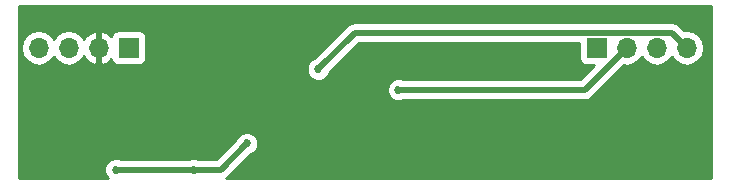
<source format=gbl>
G04 #@! TF.FileFunction,Copper,L2,Bot,Signal*
%FSLAX46Y46*%
G04 Gerber Fmt 4.6, Leading zero omitted, Abs format (unit mm)*
G04 Created by KiCad (PCBNEW 4.0.6) date Thu Jun 20 17:11:49 2019*
%MOMM*%
%LPD*%
G01*
G04 APERTURE LIST*
%ADD10C,0.100000*%
%ADD11R,1.700000X1.700000*%
%ADD12O,1.700000X1.700000*%
%ADD13C,0.685800*%
%ADD14C,0.508000*%
%ADD15C,0.254000*%
G04 APERTURE END LIST*
D10*
D11*
X110000000Y-104250000D03*
D12*
X107460000Y-104250000D03*
X104920000Y-104250000D03*
X102380000Y-104250000D03*
D11*
X149630000Y-104250000D03*
D12*
X152170000Y-104250000D03*
X154710000Y-104250000D03*
X157250000Y-104250000D03*
D13*
X120013900Y-112346400D03*
X108921800Y-114564900D03*
X115494700Y-114572300D03*
X132847500Y-107820500D03*
X126058000Y-106050000D03*
D14*
X115494700Y-114564900D02*
X115494700Y-114572300D01*
X108921800Y-114564900D02*
X115494700Y-114564900D01*
X117795400Y-114564900D02*
X120013900Y-112346400D01*
X115494700Y-114564900D02*
X117795400Y-114564900D01*
X148599500Y-107820500D02*
X152170000Y-104250000D01*
X132847500Y-107820500D02*
X148599500Y-107820500D01*
X129141700Y-102966300D02*
X126058000Y-106050000D01*
X155966300Y-102966300D02*
X129141700Y-102966300D01*
X157250000Y-104250000D02*
X155966300Y-102966300D01*
D15*
G36*
X159290000Y-115290000D02*
X118279623Y-115290000D01*
X118424018Y-115193518D01*
X120353273Y-113264263D01*
X120567112Y-113175907D01*
X120842440Y-112901059D01*
X120991630Y-112541770D01*
X120991969Y-112152737D01*
X120843407Y-111793188D01*
X120568559Y-111517860D01*
X120209270Y-111368670D01*
X119820237Y-111368331D01*
X119460688Y-111516893D01*
X119185360Y-111791741D01*
X119095914Y-112007150D01*
X117427164Y-113675900D01*
X115885934Y-113675900D01*
X115690070Y-113594570D01*
X115301037Y-113594231D01*
X115103382Y-113675900D01*
X109330855Y-113675900D01*
X109117170Y-113587170D01*
X108728137Y-113586831D01*
X108368588Y-113735393D01*
X108093260Y-114010241D01*
X107944070Y-114369530D01*
X107943731Y-114758563D01*
X108092293Y-115118112D01*
X108263881Y-115290000D01*
X100710000Y-115290000D01*
X100710000Y-106243663D01*
X125079931Y-106243663D01*
X125228493Y-106603212D01*
X125503341Y-106878540D01*
X125862630Y-107027730D01*
X126251663Y-107028069D01*
X126611212Y-106879507D01*
X126886540Y-106604659D01*
X126975986Y-106389250D01*
X129509936Y-103855300D01*
X148132560Y-103855300D01*
X148132560Y-105100000D01*
X148176838Y-105335317D01*
X148315910Y-105551441D01*
X148528110Y-105696431D01*
X148780000Y-105747440D01*
X149415324Y-105747440D01*
X148231264Y-106931500D01*
X133256555Y-106931500D01*
X133042870Y-106842770D01*
X132653837Y-106842431D01*
X132294288Y-106990993D01*
X132018960Y-107265841D01*
X131869770Y-107625130D01*
X131869431Y-108014163D01*
X132017993Y-108373712D01*
X132292841Y-108649040D01*
X132652130Y-108798230D01*
X133041163Y-108798569D01*
X133256727Y-108709500D01*
X148599500Y-108709500D01*
X148939706Y-108641829D01*
X149228118Y-108449118D01*
X151955758Y-105721478D01*
X152170000Y-105764093D01*
X152738285Y-105651054D01*
X153220054Y-105329147D01*
X153440000Y-104999974D01*
X153659946Y-105329147D01*
X154141715Y-105651054D01*
X154710000Y-105764093D01*
X155278285Y-105651054D01*
X155760054Y-105329147D01*
X155980000Y-104999974D01*
X156199946Y-105329147D01*
X156681715Y-105651054D01*
X157250000Y-105764093D01*
X157818285Y-105651054D01*
X158300054Y-105329147D01*
X158621961Y-104847378D01*
X158735000Y-104279093D01*
X158735000Y-104220907D01*
X158621961Y-103652622D01*
X158300054Y-103170853D01*
X157818285Y-102848946D01*
X157250000Y-102735907D01*
X157035758Y-102778522D01*
X156594918Y-102337682D01*
X156306506Y-102144971D01*
X155966300Y-102077300D01*
X129141700Y-102077300D01*
X128801494Y-102144971D01*
X128513082Y-102337682D01*
X125718627Y-105132137D01*
X125504788Y-105220493D01*
X125229460Y-105495341D01*
X125080270Y-105854630D01*
X125079931Y-106243663D01*
X100710000Y-106243663D01*
X100710000Y-104220907D01*
X100895000Y-104220907D01*
X100895000Y-104279093D01*
X101008039Y-104847378D01*
X101329946Y-105329147D01*
X101811715Y-105651054D01*
X102380000Y-105764093D01*
X102948285Y-105651054D01*
X103430054Y-105329147D01*
X103650000Y-104999974D01*
X103869946Y-105329147D01*
X104351715Y-105651054D01*
X104920000Y-105764093D01*
X105488285Y-105651054D01*
X105970054Y-105329147D01*
X106197702Y-104988447D01*
X106264817Y-105131358D01*
X106693076Y-105521645D01*
X107103110Y-105691476D01*
X107333000Y-105570155D01*
X107333000Y-104377000D01*
X107313000Y-104377000D01*
X107313000Y-104123000D01*
X107333000Y-104123000D01*
X107333000Y-102929845D01*
X107587000Y-102929845D01*
X107587000Y-104123000D01*
X107607000Y-104123000D01*
X107607000Y-104377000D01*
X107587000Y-104377000D01*
X107587000Y-105570155D01*
X107816890Y-105691476D01*
X108226924Y-105521645D01*
X108529937Y-105245499D01*
X108546838Y-105335317D01*
X108685910Y-105551441D01*
X108898110Y-105696431D01*
X109150000Y-105747440D01*
X110850000Y-105747440D01*
X111085317Y-105703162D01*
X111301441Y-105564090D01*
X111446431Y-105351890D01*
X111497440Y-105100000D01*
X111497440Y-103400000D01*
X111453162Y-103164683D01*
X111314090Y-102948559D01*
X111101890Y-102803569D01*
X110850000Y-102752560D01*
X109150000Y-102752560D01*
X108914683Y-102796838D01*
X108698559Y-102935910D01*
X108553569Y-103148110D01*
X108531699Y-103256107D01*
X108226924Y-102978355D01*
X107816890Y-102808524D01*
X107587000Y-102929845D01*
X107333000Y-102929845D01*
X107103110Y-102808524D01*
X106693076Y-102978355D01*
X106264817Y-103368642D01*
X106197702Y-103511553D01*
X105970054Y-103170853D01*
X105488285Y-102848946D01*
X104920000Y-102735907D01*
X104351715Y-102848946D01*
X103869946Y-103170853D01*
X103650000Y-103500026D01*
X103430054Y-103170853D01*
X102948285Y-102848946D01*
X102380000Y-102735907D01*
X101811715Y-102848946D01*
X101329946Y-103170853D01*
X101008039Y-103652622D01*
X100895000Y-104220907D01*
X100710000Y-104220907D01*
X100710000Y-100710000D01*
X159290000Y-100710000D01*
X159290000Y-115290000D01*
X159290000Y-115290000D01*
G37*
X159290000Y-115290000D02*
X118279623Y-115290000D01*
X118424018Y-115193518D01*
X120353273Y-113264263D01*
X120567112Y-113175907D01*
X120842440Y-112901059D01*
X120991630Y-112541770D01*
X120991969Y-112152737D01*
X120843407Y-111793188D01*
X120568559Y-111517860D01*
X120209270Y-111368670D01*
X119820237Y-111368331D01*
X119460688Y-111516893D01*
X119185360Y-111791741D01*
X119095914Y-112007150D01*
X117427164Y-113675900D01*
X115885934Y-113675900D01*
X115690070Y-113594570D01*
X115301037Y-113594231D01*
X115103382Y-113675900D01*
X109330855Y-113675900D01*
X109117170Y-113587170D01*
X108728137Y-113586831D01*
X108368588Y-113735393D01*
X108093260Y-114010241D01*
X107944070Y-114369530D01*
X107943731Y-114758563D01*
X108092293Y-115118112D01*
X108263881Y-115290000D01*
X100710000Y-115290000D01*
X100710000Y-106243663D01*
X125079931Y-106243663D01*
X125228493Y-106603212D01*
X125503341Y-106878540D01*
X125862630Y-107027730D01*
X126251663Y-107028069D01*
X126611212Y-106879507D01*
X126886540Y-106604659D01*
X126975986Y-106389250D01*
X129509936Y-103855300D01*
X148132560Y-103855300D01*
X148132560Y-105100000D01*
X148176838Y-105335317D01*
X148315910Y-105551441D01*
X148528110Y-105696431D01*
X148780000Y-105747440D01*
X149415324Y-105747440D01*
X148231264Y-106931500D01*
X133256555Y-106931500D01*
X133042870Y-106842770D01*
X132653837Y-106842431D01*
X132294288Y-106990993D01*
X132018960Y-107265841D01*
X131869770Y-107625130D01*
X131869431Y-108014163D01*
X132017993Y-108373712D01*
X132292841Y-108649040D01*
X132652130Y-108798230D01*
X133041163Y-108798569D01*
X133256727Y-108709500D01*
X148599500Y-108709500D01*
X148939706Y-108641829D01*
X149228118Y-108449118D01*
X151955758Y-105721478D01*
X152170000Y-105764093D01*
X152738285Y-105651054D01*
X153220054Y-105329147D01*
X153440000Y-104999974D01*
X153659946Y-105329147D01*
X154141715Y-105651054D01*
X154710000Y-105764093D01*
X155278285Y-105651054D01*
X155760054Y-105329147D01*
X155980000Y-104999974D01*
X156199946Y-105329147D01*
X156681715Y-105651054D01*
X157250000Y-105764093D01*
X157818285Y-105651054D01*
X158300054Y-105329147D01*
X158621961Y-104847378D01*
X158735000Y-104279093D01*
X158735000Y-104220907D01*
X158621961Y-103652622D01*
X158300054Y-103170853D01*
X157818285Y-102848946D01*
X157250000Y-102735907D01*
X157035758Y-102778522D01*
X156594918Y-102337682D01*
X156306506Y-102144971D01*
X155966300Y-102077300D01*
X129141700Y-102077300D01*
X128801494Y-102144971D01*
X128513082Y-102337682D01*
X125718627Y-105132137D01*
X125504788Y-105220493D01*
X125229460Y-105495341D01*
X125080270Y-105854630D01*
X125079931Y-106243663D01*
X100710000Y-106243663D01*
X100710000Y-104220907D01*
X100895000Y-104220907D01*
X100895000Y-104279093D01*
X101008039Y-104847378D01*
X101329946Y-105329147D01*
X101811715Y-105651054D01*
X102380000Y-105764093D01*
X102948285Y-105651054D01*
X103430054Y-105329147D01*
X103650000Y-104999974D01*
X103869946Y-105329147D01*
X104351715Y-105651054D01*
X104920000Y-105764093D01*
X105488285Y-105651054D01*
X105970054Y-105329147D01*
X106197702Y-104988447D01*
X106264817Y-105131358D01*
X106693076Y-105521645D01*
X107103110Y-105691476D01*
X107333000Y-105570155D01*
X107333000Y-104377000D01*
X107313000Y-104377000D01*
X107313000Y-104123000D01*
X107333000Y-104123000D01*
X107333000Y-102929845D01*
X107587000Y-102929845D01*
X107587000Y-104123000D01*
X107607000Y-104123000D01*
X107607000Y-104377000D01*
X107587000Y-104377000D01*
X107587000Y-105570155D01*
X107816890Y-105691476D01*
X108226924Y-105521645D01*
X108529937Y-105245499D01*
X108546838Y-105335317D01*
X108685910Y-105551441D01*
X108898110Y-105696431D01*
X109150000Y-105747440D01*
X110850000Y-105747440D01*
X111085317Y-105703162D01*
X111301441Y-105564090D01*
X111446431Y-105351890D01*
X111497440Y-105100000D01*
X111497440Y-103400000D01*
X111453162Y-103164683D01*
X111314090Y-102948559D01*
X111101890Y-102803569D01*
X110850000Y-102752560D01*
X109150000Y-102752560D01*
X108914683Y-102796838D01*
X108698559Y-102935910D01*
X108553569Y-103148110D01*
X108531699Y-103256107D01*
X108226924Y-102978355D01*
X107816890Y-102808524D01*
X107587000Y-102929845D01*
X107333000Y-102929845D01*
X107103110Y-102808524D01*
X106693076Y-102978355D01*
X106264817Y-103368642D01*
X106197702Y-103511553D01*
X105970054Y-103170853D01*
X105488285Y-102848946D01*
X104920000Y-102735907D01*
X104351715Y-102848946D01*
X103869946Y-103170853D01*
X103650000Y-103500026D01*
X103430054Y-103170853D01*
X102948285Y-102848946D01*
X102380000Y-102735907D01*
X101811715Y-102848946D01*
X101329946Y-103170853D01*
X101008039Y-103652622D01*
X100895000Y-104220907D01*
X100710000Y-104220907D01*
X100710000Y-100710000D01*
X159290000Y-100710000D01*
X159290000Y-115290000D01*
M02*

</source>
